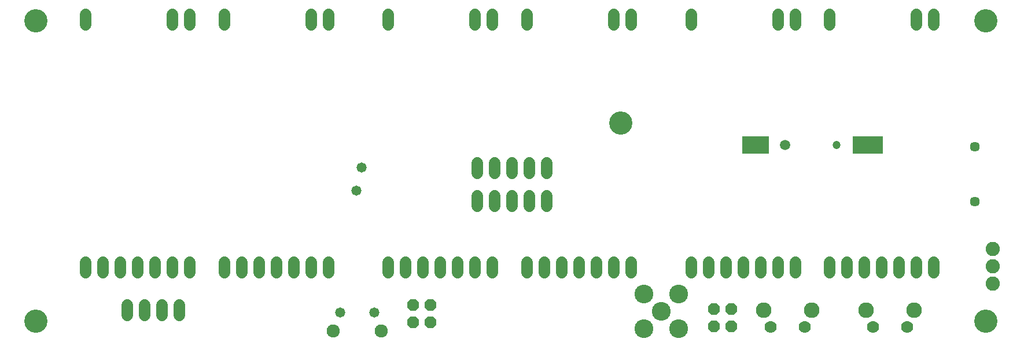
<source format=gbs>
G75*
%MOIN*%
%OFA0B0*%
%FSLAX25Y25*%
%IPPOS*%
%LPD*%
%AMOC8*
5,1,8,0,0,1.08239X$1,22.5*
%
%ADD10C,0.10800*%
%ADD11C,0.06800*%
%ADD12C,0.13398*%
%ADD13OC8,0.06800*%
%ADD14C,0.07591*%
%ADD15C,0.05820*%
%ADD16R,0.15209X0.09855*%
%ADD17R,0.17729X0.09855*%
%ADD18C,0.05918*%
%ADD19C,0.04737*%
%ADD20C,0.09000*%
%ADD21C,0.07000*%
%ADD22C,0.05721*%
%ADD23C,0.08200*%
%ADD24C,0.05800*%
D10*
X0363847Y0034904D03*
X0383847Y0034904D03*
X0373847Y0044904D03*
X0363847Y0054904D03*
X0383847Y0054904D03*
D11*
X0391091Y0066924D02*
X0391091Y0072924D01*
X0401091Y0072924D02*
X0401091Y0066924D01*
X0411091Y0066924D02*
X0411091Y0072924D01*
X0421091Y0072924D02*
X0421091Y0066924D01*
X0431091Y0066924D02*
X0431091Y0072924D01*
X0441091Y0072924D02*
X0441091Y0066924D01*
X0451091Y0066924D02*
X0451091Y0072924D01*
X0471013Y0072924D02*
X0471013Y0066924D01*
X0481013Y0066924D02*
X0481013Y0072924D01*
X0491013Y0072924D02*
X0491013Y0066924D01*
X0501013Y0066924D02*
X0501013Y0072924D01*
X0511013Y0072924D02*
X0511013Y0066924D01*
X0521013Y0066924D02*
X0521013Y0072924D01*
X0531013Y0072924D02*
X0531013Y0066924D01*
X0356603Y0066924D02*
X0356603Y0072924D01*
X0346603Y0072924D02*
X0346603Y0066924D01*
X0336603Y0066924D02*
X0336603Y0072924D01*
X0326603Y0072924D02*
X0326603Y0066924D01*
X0316603Y0066924D02*
X0316603Y0072924D01*
X0306603Y0072924D02*
X0306603Y0066924D01*
X0296603Y0066924D02*
X0296603Y0072924D01*
X0276682Y0072924D02*
X0276682Y0066924D01*
X0266682Y0066924D02*
X0266682Y0072924D01*
X0256682Y0072924D02*
X0256682Y0066924D01*
X0246682Y0066924D02*
X0246682Y0072924D01*
X0236682Y0072924D02*
X0236682Y0066924D01*
X0226682Y0066924D02*
X0226682Y0072924D01*
X0216682Y0072924D02*
X0216682Y0066924D01*
X0182194Y0066924D02*
X0182194Y0072924D01*
X0172194Y0072924D02*
X0172194Y0066924D01*
X0162194Y0066924D02*
X0162194Y0072924D01*
X0152194Y0072924D02*
X0152194Y0066924D01*
X0142194Y0066924D02*
X0142194Y0072924D01*
X0132194Y0072924D02*
X0132194Y0066924D01*
X0122194Y0066924D02*
X0122194Y0072924D01*
X0102272Y0072924D02*
X0102272Y0066924D01*
X0092272Y0066924D02*
X0092272Y0072924D01*
X0082272Y0072924D02*
X0082272Y0066924D01*
X0072272Y0066924D02*
X0072272Y0072924D01*
X0062272Y0072924D02*
X0062272Y0066924D01*
X0052272Y0066924D02*
X0052272Y0072924D01*
X0042272Y0072924D02*
X0042272Y0066924D01*
X0066300Y0048404D02*
X0066300Y0042404D01*
X0076300Y0042404D02*
X0076300Y0048404D01*
X0086300Y0048404D02*
X0086300Y0042404D01*
X0096300Y0042404D02*
X0096300Y0048404D01*
X0267800Y0105404D02*
X0267800Y0111404D01*
X0277800Y0111404D02*
X0277800Y0105404D01*
X0287800Y0105404D02*
X0287800Y0111404D01*
X0297800Y0111404D02*
X0297800Y0105404D01*
X0307800Y0105404D02*
X0307800Y0111404D01*
X0307800Y0124404D02*
X0307800Y0130404D01*
X0297800Y0130404D02*
X0297800Y0124404D01*
X0287800Y0124404D02*
X0287800Y0130404D01*
X0277800Y0130404D02*
X0277800Y0124404D01*
X0267800Y0124404D02*
X0267800Y0130404D01*
X0266682Y0210231D02*
X0266682Y0216231D01*
X0276682Y0216231D02*
X0276682Y0210231D01*
X0296603Y0210231D02*
X0296603Y0216231D01*
X0346603Y0216231D02*
X0346603Y0210231D01*
X0356603Y0210231D02*
X0356603Y0216231D01*
X0391091Y0216231D02*
X0391091Y0210231D01*
X0441091Y0210231D02*
X0441091Y0216231D01*
X0451091Y0216231D02*
X0451091Y0210231D01*
X0471013Y0210231D02*
X0471013Y0216231D01*
X0521013Y0216231D02*
X0521013Y0210231D01*
X0531013Y0210231D02*
X0531013Y0216231D01*
X0216682Y0216231D02*
X0216682Y0210231D01*
X0182194Y0210231D02*
X0182194Y0216231D01*
X0172194Y0216231D02*
X0172194Y0210231D01*
X0122194Y0210231D02*
X0122194Y0216231D01*
X0102272Y0216231D02*
X0102272Y0210231D01*
X0092272Y0210231D02*
X0092272Y0216231D01*
X0042272Y0216231D02*
X0042272Y0210231D01*
D12*
X0013611Y0039215D03*
X0350446Y0153388D03*
X0560855Y0212443D03*
X0560855Y0039215D03*
X0013611Y0212443D03*
D13*
X0230800Y0048404D03*
X0240800Y0048404D03*
X0240800Y0038404D03*
X0230800Y0038404D03*
X0404280Y0036183D03*
X0414280Y0036183D03*
X0414280Y0046183D03*
X0404280Y0046183D03*
D14*
X0212430Y0033309D03*
X0184871Y0033309D03*
D15*
X0188808Y0043939D03*
X0208493Y0043939D03*
D16*
X0428263Y0140904D03*
D17*
X0492992Y0140904D03*
D18*
X0445174Y0140904D03*
D19*
X0474702Y0140904D03*
D20*
X0460461Y0045514D03*
X0432902Y0045514D03*
X0491957Y0045514D03*
X0519517Y0045514D03*
D21*
X0515580Y0035672D03*
X0495894Y0035672D03*
X0456524Y0035672D03*
X0436839Y0035672D03*
D22*
X0554595Y0108113D03*
X0554595Y0139609D03*
D23*
X0564800Y0080904D03*
X0564800Y0070904D03*
X0564800Y0060904D03*
D24*
X0201300Y0127904D03*
X0198300Y0114404D03*
M02*

</source>
